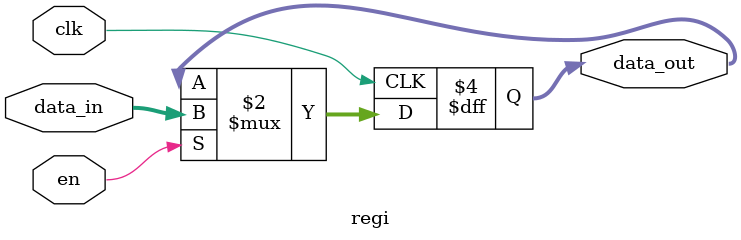
<source format=v>
`default_nettype none

module regi #(parameter N = 16)
    (
        input   wire         clk,
        input   wire         en,    
        input   wire [N-1:0] data_in,
        output  reg [N-1:0] data_out
    );

    always @(posedge clk)
    begin
        if (en)
            data_out <= data_in;
    end
endmodule

</source>
